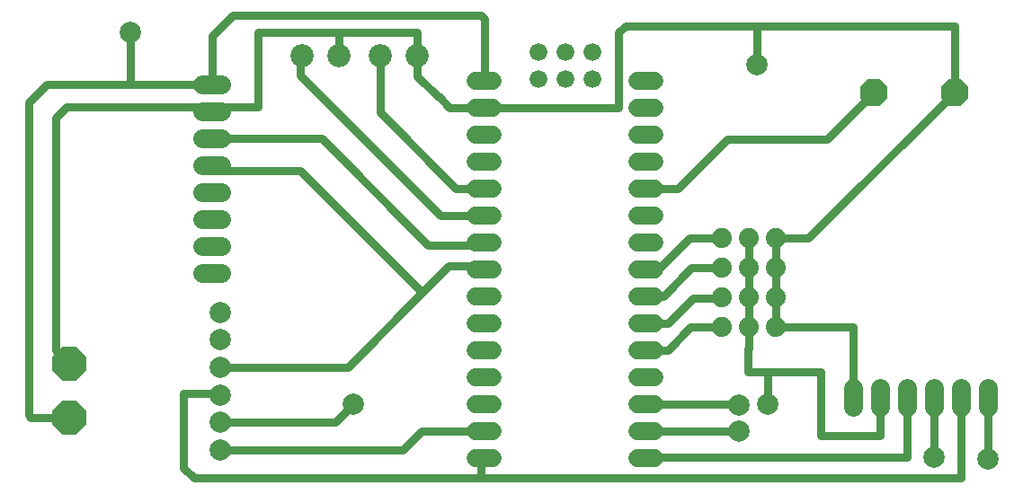
<source format=gbr>
G04 EAGLE Gerber RS-274X export*
G75*
%MOMM*%
%FSLAX34Y34*%
%LPD*%
%INTop Copper*%
%IPPOS*%
%AMOC8*
5,1,8,0,0,1.08239X$1,22.5*%
G01*
%ADD10P,3.409096X8X22.500000*%
%ADD11C,2.184400*%
%ADD12C,1.879600*%
%ADD13P,2.749271X8X202.500000*%
%ADD14C,1.676400*%
%ADD15C,1.676400*%
%ADD16C,2.000000*%
%ADD17C,1.778000*%
%ADD18C,0.750000*%


D10*
X62200Y-341700D03*
X62200Y-392500D03*
D11*
X316600Y-51400D03*
X281600Y-51400D03*
X390400Y-51400D03*
X355400Y-51400D03*
D12*
X676800Y-307700D03*
X702200Y-307700D03*
X727600Y-307700D03*
X676900Y-279700D03*
X702300Y-279700D03*
X727700Y-279700D03*
X677000Y-251700D03*
X702400Y-251700D03*
X727800Y-251700D03*
X676800Y-223300D03*
X702200Y-223300D03*
X727600Y-223300D03*
D13*
X896100Y-86100D03*
X819900Y-86100D03*
D14*
X613982Y-75100D02*
X597218Y-75100D01*
X597218Y-100500D02*
X613982Y-100500D01*
X613982Y-125900D02*
X597218Y-125900D01*
X597218Y-151300D02*
X613982Y-151300D01*
X613982Y-176700D02*
X597218Y-176700D01*
X597218Y-202100D02*
X613982Y-202100D01*
X613982Y-227500D02*
X597218Y-227500D01*
X597218Y-252900D02*
X613982Y-252900D01*
X613982Y-278300D02*
X597218Y-278300D01*
X597218Y-303700D02*
X613982Y-303700D01*
X613982Y-329100D02*
X597218Y-329100D01*
X597218Y-354500D02*
X613982Y-354500D01*
X461582Y-75100D02*
X444818Y-75100D01*
X444818Y-100500D02*
X461582Y-100500D01*
X461582Y-125900D02*
X444818Y-125900D01*
X444818Y-278300D02*
X461582Y-278300D01*
X461582Y-303700D02*
X444818Y-303700D01*
X444818Y-329100D02*
X461582Y-329100D01*
X461582Y-354500D02*
X444818Y-354500D01*
X444818Y-430700D02*
X461582Y-430700D01*
X597218Y-430700D02*
X613982Y-430700D01*
X613982Y-405300D02*
X597218Y-405300D01*
X597218Y-379900D02*
X613982Y-379900D01*
X461582Y-405300D02*
X444818Y-405300D01*
X444818Y-379900D02*
X461582Y-379900D01*
X461582Y-151300D02*
X444818Y-151300D01*
D15*
X504000Y-73830D03*
X529400Y-73830D03*
X554800Y-73830D03*
D14*
X461582Y-252900D02*
X444818Y-252900D01*
X444818Y-227500D02*
X461582Y-227500D01*
X461582Y-202100D02*
X444818Y-202100D01*
X444818Y-176700D02*
X461582Y-176700D01*
D15*
X504000Y-48430D03*
X529400Y-48430D03*
X554800Y-48430D03*
D16*
X204900Y-319400D03*
X204900Y-345400D03*
X204900Y-371400D03*
X204900Y-397400D03*
X204900Y-423400D03*
X204900Y-293400D03*
D17*
X928100Y-365010D02*
X928100Y-382790D01*
X801100Y-382790D02*
X801100Y-365010D01*
X826500Y-365010D02*
X826500Y-382790D01*
X851900Y-382790D02*
X851900Y-365010D01*
X877300Y-365010D02*
X877300Y-382790D01*
X902700Y-382790D02*
X902700Y-365010D01*
X205590Y-155300D02*
X187810Y-155300D01*
X187810Y-180700D02*
X205590Y-180700D01*
X205590Y-129900D02*
X187810Y-129900D01*
X187810Y-104500D02*
X205590Y-104500D01*
X205590Y-79100D02*
X187810Y-79100D01*
X187810Y-206100D02*
X205590Y-206100D01*
X205590Y-231500D02*
X187810Y-231500D01*
X187810Y-256900D02*
X205590Y-256900D01*
D18*
X204900Y-423400D02*
X376600Y-423400D01*
X394700Y-405300D02*
X453200Y-405300D01*
X394700Y-405300D02*
X376600Y-423400D01*
X299900Y-129900D02*
X196700Y-129900D01*
X299900Y-129900D02*
X400000Y-230000D01*
X450700Y-230000D01*
X453200Y-227500D01*
X727600Y-279800D02*
X727600Y-307700D01*
X727600Y-279800D02*
X727700Y-279700D01*
X727700Y-251800D01*
X727800Y-251700D01*
X727800Y-223500D01*
X727600Y-223300D01*
X316600Y-51400D02*
X316600Y-30000D01*
X390000Y-30000D01*
X390000Y-51000D01*
X390400Y-51400D01*
X390400Y-71400D02*
X410000Y-91000D01*
X390400Y-71400D02*
X390400Y-51400D01*
X410000Y-90000D02*
X410000Y-91000D01*
X410000Y-90000D02*
X420500Y-100500D01*
X453200Y-100500D01*
X758700Y-223500D02*
X896100Y-86100D01*
X758700Y-223500D02*
X727800Y-223500D01*
X316600Y-30000D02*
X240000Y-30000D01*
X240000Y-100000D01*
X201200Y-100000D01*
X196700Y-104500D01*
X50000Y-329500D02*
X62200Y-341700D01*
X50000Y-329500D02*
X50000Y-110000D01*
X60000Y-100000D01*
X201200Y-100000D01*
D16*
X330000Y-380000D03*
D18*
X312600Y-397400D02*
X204900Y-397400D01*
X312600Y-397400D02*
X330000Y-380000D01*
X727600Y-307700D02*
X801100Y-307700D01*
X801100Y-373900D01*
X896100Y-86100D02*
X896100Y-23910D01*
X586090Y-23910D02*
X580000Y-30000D01*
X580000Y-100000D01*
X579500Y-100500D01*
X453200Y-100500D01*
X710000Y-23910D02*
X896100Y-23910D01*
X710000Y-23910D02*
X586090Y-23910D01*
D16*
X710000Y-60000D03*
D18*
X710000Y-23910D01*
X851900Y-373900D02*
X851900Y-430000D01*
X604900Y-430000D01*
X600000Y-430000D01*
X604900Y-430000D02*
X605600Y-430700D01*
D16*
X877000Y-430000D03*
D18*
X877300Y-430000D01*
X877300Y-373900D01*
D16*
X693000Y-406000D03*
D18*
X692300Y-405300D02*
X605600Y-405300D01*
X692300Y-405300D02*
X693000Y-406000D01*
X204900Y-371400D02*
X203500Y-370000D01*
X170000Y-370000D01*
X170000Y-440000D01*
X180000Y-450000D01*
X450000Y-450000D01*
X450000Y-433900D01*
X453200Y-430700D01*
X898000Y-378600D02*
X902700Y-373900D01*
X902700Y-450000D01*
X450000Y-450000D01*
D16*
X928000Y-432000D03*
D18*
X928100Y-431900D02*
X928100Y-373900D01*
X928100Y-431900D02*
X928000Y-432000D01*
D16*
X693000Y-381000D03*
D18*
X691900Y-379900D02*
X605600Y-379900D01*
X691900Y-379900D02*
X693000Y-381000D01*
X676800Y-223300D02*
X646700Y-223300D01*
X617100Y-252900D02*
X605600Y-252900D01*
X617100Y-252900D02*
X646700Y-223300D01*
X648300Y-251700D02*
X677000Y-251700D01*
X621700Y-278300D02*
X605600Y-278300D01*
X621700Y-278300D02*
X648300Y-251700D01*
X676600Y-280000D02*
X676900Y-279700D01*
X676600Y-280000D02*
X650000Y-280000D01*
X626300Y-303700D01*
X605600Y-303700D01*
X647300Y-307700D02*
X676800Y-307700D01*
X625900Y-329100D02*
X605600Y-329100D01*
X625900Y-329100D02*
X647300Y-307700D01*
X324600Y-345400D02*
X204900Y-345400D01*
X324600Y-345400D02*
X395500Y-274500D01*
X420000Y-250000D01*
X450300Y-250000D01*
X453200Y-252900D01*
X201400Y-160000D02*
X196700Y-155300D01*
X201400Y-160000D02*
X280000Y-160000D01*
X394500Y-274500D01*
X395500Y-274500D01*
X702200Y-307700D02*
X702300Y-307600D01*
X702300Y-279700D01*
X702300Y-251800D01*
X702400Y-251700D01*
X702400Y-223500D01*
X702200Y-223300D01*
X196700Y-79100D02*
X196700Y-33300D01*
X216090Y-13910D01*
X450000Y-13910D02*
X453200Y-17110D01*
X453200Y-75100D01*
X450000Y-13910D02*
X216090Y-13910D01*
X196700Y-79100D02*
X120000Y-79100D01*
X40900Y-79100D01*
X23910Y-96090D01*
X23910Y-390000D01*
X26410Y-392500D01*
X62200Y-392500D01*
X702200Y-327800D02*
X702200Y-307700D01*
X720000Y-350000D02*
X770000Y-350000D01*
X720000Y-350000D02*
X702000Y-350000D01*
X770000Y-350000D02*
X770000Y-410000D01*
X826500Y-410000D01*
X826500Y-373900D01*
X702000Y-350000D02*
X702000Y-328000D01*
X702200Y-327800D01*
D16*
X720000Y-380000D03*
X120000Y-30000D03*
D18*
X120000Y-79100D01*
X720000Y-350000D02*
X720000Y-380000D01*
X776000Y-130000D02*
X819900Y-86100D01*
X776000Y-130000D02*
X682300Y-130000D01*
X635600Y-176700D01*
X605600Y-176700D01*
X355400Y-105400D02*
X355400Y-51400D01*
X426700Y-176700D02*
X453200Y-176700D01*
X426700Y-176700D02*
X355400Y-105400D01*
X280000Y-70000D02*
X280000Y-53000D01*
X281600Y-51400D01*
X280000Y-70000D02*
X412100Y-202100D01*
X453200Y-202100D01*
M02*

</source>
